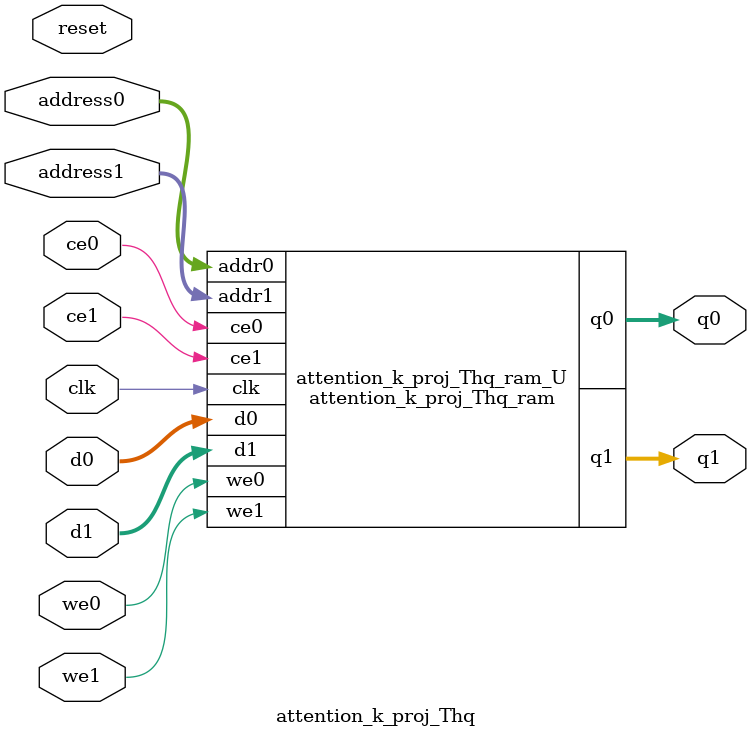
<source format=v>
`timescale 1 ns / 1 ps
module attention_k_proj_Thq_ram (addr0, ce0, d0, we0, q0, addr1, ce1, d1, we1, q1,  clk);

parameter DWIDTH = 40;
parameter AWIDTH = 4;
parameter MEM_SIZE = 16;

input[AWIDTH-1:0] addr0;
input ce0;
input[DWIDTH-1:0] d0;
input we0;
output reg[DWIDTH-1:0] q0;
input[AWIDTH-1:0] addr1;
input ce1;
input[DWIDTH-1:0] d1;
input we1;
output reg[DWIDTH-1:0] q1;
input clk;

(* ram_style = "block" *)reg [DWIDTH-1:0] ram[0:MEM_SIZE-1];




always @(posedge clk)  
begin 
    if (ce0) begin
        if (we0) 
            ram[addr0] <= d0; 
        q0 <= ram[addr0];
    end
end


always @(posedge clk)  
begin 
    if (ce1) begin
        if (we1) 
            ram[addr1] <= d1; 
        q1 <= ram[addr1];
    end
end


endmodule

`timescale 1 ns / 1 ps
module attention_k_proj_Thq(
    reset,
    clk,
    address0,
    ce0,
    we0,
    d0,
    q0,
    address1,
    ce1,
    we1,
    d1,
    q1);

parameter DataWidth = 32'd40;
parameter AddressRange = 32'd16;
parameter AddressWidth = 32'd4;
input reset;
input clk;
input[AddressWidth - 1:0] address0;
input ce0;
input we0;
input[DataWidth - 1:0] d0;
output[DataWidth - 1:0] q0;
input[AddressWidth - 1:0] address1;
input ce1;
input we1;
input[DataWidth - 1:0] d1;
output[DataWidth - 1:0] q1;



attention_k_proj_Thq_ram attention_k_proj_Thq_ram_U(
    .clk( clk ),
    .addr0( address0 ),
    .ce0( ce0 ),
    .we0( we0 ),
    .d0( d0 ),
    .q0( q0 ),
    .addr1( address1 ),
    .ce1( ce1 ),
    .we1( we1 ),
    .d1( d1 ),
    .q1( q1 ));

endmodule


</source>
